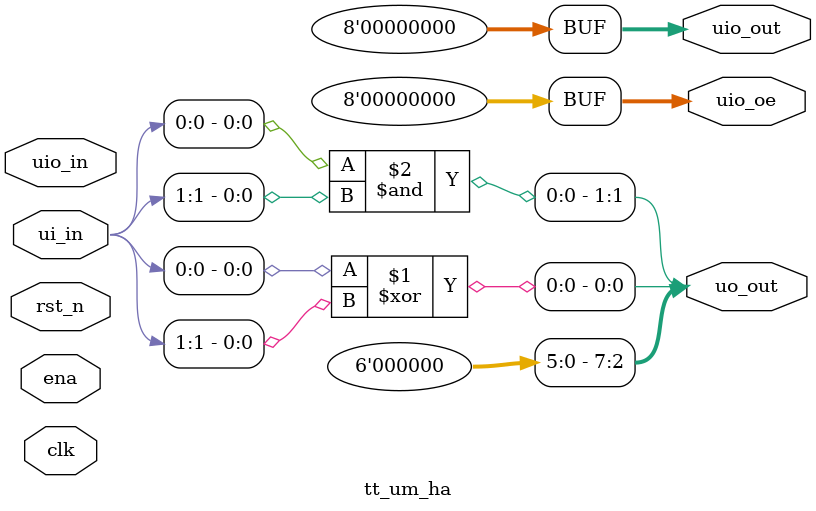
<source format=v>
/*
 * Copyright (c) 2024 Your Name
 * SPDX-License-Identifier: Apache-2.0
 */

`define default_netname none

module tt_um_ha (
    input  wire [7:0] ui_in,    // Dedicated inputs
    output wire [7:0] uo_out,   // Dedicated outputs
    input  wire [7:0] uio_in,   // IOs: Input path
    output wire [7:0] uio_out,  // IOs: Output path
    output wire [7:0] uio_oe,   // IOs: Enable path (active high: 0=input, 1=output)
    input  wire       ena,      // will go high when the design is enabled
    input  wire       clk,      // clock
    input  wire       rst_n     // reset_n - low to reset
);

  // All output pins must be assigned. If not used, assign to 0.
  //assign uo_out  = ui_in + uio_in;  // Example: ou_out is the sum of ui_in and uio_in
   // assign ui_in[7:2]=6'b000000;
    assign uo_out[7:2]=6'b000000;
    //assign uio_in = 0;
  assign uio_out = 0;
  assign uio_oe  = 0;
    assign uo_out[0] = ui_in[0] ^ ui_in[1]; // assigning sum
    assign uo_out[1] = ui_in[0] & ui_in[1]; // assigning carry
endmodule

</source>
